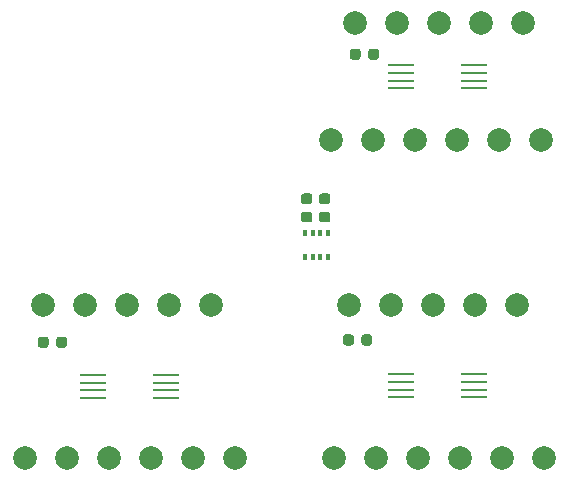
<source format=gbr>
%TF.GenerationSoftware,KiCad,Pcbnew,(5.1.10)-1*%
%TF.CreationDate,2023-09-09T18:48:21-05:00*%
%TF.ProjectId,perovskite_contact_board,7065726f-7673-46b6-9974-655f636f6e74,V3*%
%TF.SameCoordinates,Original*%
%TF.FileFunction,Soldermask,Bot*%
%TF.FilePolarity,Negative*%
%FSLAX46Y46*%
G04 Gerber Fmt 4.6, Leading zero omitted, Abs format (unit mm)*
G04 Created by KiCad (PCBNEW (5.1.10)-1) date 2023-09-09 18:48:21*
%MOMM*%
%LPD*%
G01*
G04 APERTURE LIST*
%ADD10R,0.350000X0.500000*%
%ADD11C,2.000000*%
%ADD12R,2.200000X0.220000*%
G04 APERTURE END LIST*
D10*
%TO.C,U7*%
X153629000Y-97527000D03*
X152979000Y-97527000D03*
X152329000Y-97527000D03*
X151679000Y-97527000D03*
X151679000Y-99577000D03*
X152329000Y-99577000D03*
X152979000Y-99577000D03*
X153629000Y-99577000D03*
%TD*%
%TO.C,C5*%
G36*
G01*
X156471500Y-106866500D02*
X156471500Y-106366500D01*
G75*
G02*
X156696500Y-106141500I225000J0D01*
G01*
X157146500Y-106141500D01*
G75*
G02*
X157371500Y-106366500I0J-225000D01*
G01*
X157371500Y-106866500D01*
G75*
G02*
X157146500Y-107091500I-225000J0D01*
G01*
X156696500Y-107091500D01*
G75*
G02*
X156471500Y-106866500I0J225000D01*
G01*
G37*
G36*
G01*
X154921500Y-106866500D02*
X154921500Y-106366500D01*
G75*
G02*
X155146500Y-106141500I225000J0D01*
G01*
X155596500Y-106141500D01*
G75*
G02*
X155821500Y-106366500I0J-225000D01*
G01*
X155821500Y-106866500D01*
G75*
G02*
X155596500Y-107091500I-225000J0D01*
G01*
X155146500Y-107091500D01*
G75*
G02*
X154921500Y-106866500I0J225000D01*
G01*
G37*
%TD*%
%TO.C,C4*%
G36*
G01*
X130627000Y-107057000D02*
X130627000Y-106557000D01*
G75*
G02*
X130852000Y-106332000I225000J0D01*
G01*
X131302000Y-106332000D01*
G75*
G02*
X131527000Y-106557000I0J-225000D01*
G01*
X131527000Y-107057000D01*
G75*
G02*
X131302000Y-107282000I-225000J0D01*
G01*
X130852000Y-107282000D01*
G75*
G02*
X130627000Y-107057000I0J225000D01*
G01*
G37*
G36*
G01*
X129077000Y-107057000D02*
X129077000Y-106557000D01*
G75*
G02*
X129302000Y-106332000I225000J0D01*
G01*
X129752000Y-106332000D01*
G75*
G02*
X129977000Y-106557000I0J-225000D01*
G01*
X129977000Y-107057000D01*
G75*
G02*
X129752000Y-107282000I-225000J0D01*
G01*
X129302000Y-107282000D01*
G75*
G02*
X129077000Y-107057000I0J225000D01*
G01*
G37*
%TD*%
%TO.C,C3*%
G36*
G01*
X157043000Y-82673000D02*
X157043000Y-82173000D01*
G75*
G02*
X157268000Y-81948000I225000J0D01*
G01*
X157718000Y-81948000D01*
G75*
G02*
X157943000Y-82173000I0J-225000D01*
G01*
X157943000Y-82673000D01*
G75*
G02*
X157718000Y-82898000I-225000J0D01*
G01*
X157268000Y-82898000D01*
G75*
G02*
X157043000Y-82673000I0J225000D01*
G01*
G37*
G36*
G01*
X155493000Y-82673000D02*
X155493000Y-82173000D01*
G75*
G02*
X155718000Y-81948000I225000J0D01*
G01*
X156168000Y-81948000D01*
G75*
G02*
X156393000Y-82173000I0J-225000D01*
G01*
X156393000Y-82673000D01*
G75*
G02*
X156168000Y-82898000I-225000J0D01*
G01*
X155718000Y-82898000D01*
G75*
G02*
X155493000Y-82673000I0J225000D01*
G01*
G37*
%TD*%
%TO.C,C2*%
G36*
G01*
X152078500Y-95115500D02*
X151578500Y-95115500D01*
G75*
G02*
X151353500Y-94890500I0J225000D01*
G01*
X151353500Y-94440500D01*
G75*
G02*
X151578500Y-94215500I225000J0D01*
G01*
X152078500Y-94215500D01*
G75*
G02*
X152303500Y-94440500I0J-225000D01*
G01*
X152303500Y-94890500D01*
G75*
G02*
X152078500Y-95115500I-225000J0D01*
G01*
G37*
G36*
G01*
X152078500Y-96665500D02*
X151578500Y-96665500D01*
G75*
G02*
X151353500Y-96440500I0J225000D01*
G01*
X151353500Y-95990500D01*
G75*
G02*
X151578500Y-95765500I225000J0D01*
G01*
X152078500Y-95765500D01*
G75*
G02*
X152303500Y-95990500I0J-225000D01*
G01*
X152303500Y-96440500D01*
G75*
G02*
X152078500Y-96665500I-225000J0D01*
G01*
G37*
%TD*%
%TO.C,C1*%
G36*
G01*
X153602500Y-95115500D02*
X153102500Y-95115500D01*
G75*
G02*
X152877500Y-94890500I0J225000D01*
G01*
X152877500Y-94440500D01*
G75*
G02*
X153102500Y-94215500I225000J0D01*
G01*
X153602500Y-94215500D01*
G75*
G02*
X153827500Y-94440500I0J-225000D01*
G01*
X153827500Y-94890500D01*
G75*
G02*
X153602500Y-95115500I-225000J0D01*
G01*
G37*
G36*
G01*
X153602500Y-96665500D02*
X153102500Y-96665500D01*
G75*
G02*
X152877500Y-96440500I0J225000D01*
G01*
X152877500Y-95990500D01*
G75*
G02*
X153102500Y-95765500I225000J0D01*
G01*
X153602500Y-95765500D01*
G75*
G02*
X153827500Y-95990500I0J-225000D01*
G01*
X153827500Y-96440500D01*
G75*
G02*
X153602500Y-96665500I-225000J0D01*
G01*
G37*
%TD*%
D11*
%TO.C,JP103.8*%
X143764000Y-103632000D03*
%TD*%
%TO.C,JP103.11*%
X166116000Y-103632000D03*
%TD*%
%TO.C,JP103.7*%
X140208000Y-103632000D03*
%TD*%
%TO.C,JP103.10*%
X155384500Y-103632000D03*
%TD*%
%TO.C,JP103.6*%
X129540000Y-103632000D03*
%TD*%
%TO.C,JP103.12*%
X169672000Y-103632000D03*
%TD*%
%TO.C,JP103.5*%
X133096000Y-103632000D03*
%TD*%
%TO.C,JP103.9*%
X159004000Y-103632000D03*
%TD*%
%TO.C,JP103.4*%
X170180000Y-79756000D03*
%TD*%
%TO.C,JP103.3*%
X166624000Y-79756000D03*
%TD*%
%TO.C,JP103.2*%
X155956000Y-79756000D03*
%TD*%
%TO.C,JP103.1*%
X159512000Y-79756000D03*
%TD*%
%TO.C,JP102.7*%
X162560000Y-103632000D03*
%TD*%
%TO.C,JP102.6*%
X171958000Y-116586000D03*
%TD*%
%TO.C,JP102.5*%
X168402000Y-116586000D03*
%TD*%
%TO.C,JP102.4*%
X164846000Y-116586000D03*
%TD*%
%TO.C,JP102.3*%
X161290000Y-116586000D03*
%TD*%
%TO.C,JP102.2*%
X157734000Y-116586000D03*
%TD*%
%TO.C,JP102.1*%
X154178000Y-116586000D03*
%TD*%
%TO.C,JP101.7*%
X136652000Y-103632000D03*
%TD*%
%TO.C,JP101.1*%
X128016000Y-116586000D03*
%TD*%
%TO.C,JP101.2*%
X131572000Y-116586000D03*
%TD*%
%TO.C,JP101.3*%
X135128000Y-116586000D03*
%TD*%
%TO.C,JP101.4*%
X138684000Y-116586000D03*
%TD*%
%TO.C,JP101.5*%
X142240000Y-116586000D03*
%TD*%
%TO.C,JP101.6*%
X145796000Y-116586000D03*
%TD*%
%TO.C,JP100.7*%
X163068000Y-79756000D03*
%TD*%
%TO.C,JP100.6*%
X171704000Y-89662000D03*
%TD*%
%TO.C,JP100.5*%
X168148000Y-89662000D03*
%TD*%
%TO.C,JP100.4*%
X164592000Y-89662000D03*
%TD*%
%TO.C,JP100.3*%
X161036000Y-89662000D03*
%TD*%
%TO.C,JP100.2*%
X157480000Y-89662000D03*
%TD*%
%TO.C,JP100.1*%
X153924000Y-89662000D03*
%TD*%
D12*
%TO.C,U6*%
X159841000Y-109515000D03*
X166041000Y-109515000D03*
X159841000Y-110165000D03*
X166041000Y-110165000D03*
X159841000Y-110815000D03*
X166041000Y-110815000D03*
X159841000Y-111465000D03*
X166041000Y-111465000D03*
%TD*%
%TO.C,U5*%
X133742500Y-109578500D03*
X139942500Y-109578500D03*
X133742500Y-110228500D03*
X139942500Y-110228500D03*
X133742500Y-110878500D03*
X139942500Y-110878500D03*
X133742500Y-111528500D03*
X139942500Y-111528500D03*
%TD*%
%TO.C,U4*%
X159841000Y-83353000D03*
X166041000Y-83353000D03*
X159841000Y-84003000D03*
X166041000Y-84003000D03*
X159841000Y-84653000D03*
X166041000Y-84653000D03*
X159841000Y-85303000D03*
X166041000Y-85303000D03*
%TD*%
M02*

</source>
